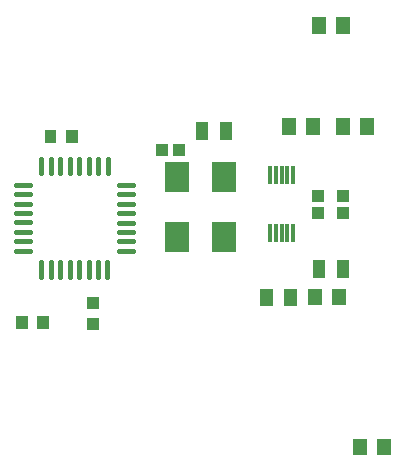
<source format=gtp>
G04 Layer: TopPasteMaskLayer*
G04 EasyEDA v6.4.3, 2020-08-16T09:55:44+08:00*
G04 81dc946ae44a44bf806acedbfbfd66cd,06d3987d76a94bb6b6563c12ef58ecb4,10*
G04 Gerber Generator version 0.2*
G04 Scale: 100 percent, Rotated: No, Reflected: No *
G04 Dimensions in inches *
G04 leading zeros omitted , absolute positions ,2 integer and 4 decimal *
%FSLAX24Y24*%
%MOIN*%
G90*
G70D02*

%ADD13C,0.017717*%
%ADD17R,0.039370X0.043307*%
%ADD18R,0.045670X0.057087*%
%ADD19R,0.012000X0.059055*%
%ADD20R,0.043307X0.039370*%
%ADD21R,0.078740X0.098425*%

%LPD*%
G54D13*
G01X5138Y26400D02*
G01X5611Y26400D01*
G01X5138Y26715D02*
G01X5611Y26715D01*
G01X5138Y27030D02*
G01X5611Y27030D01*
G01X5138Y27344D02*
G01X5611Y27344D01*
G01X5138Y27659D02*
G01X5611Y27659D01*
G01X5138Y27973D02*
G01X5611Y27973D01*
G01X5138Y28288D02*
G01X5611Y28288D01*
G01X5138Y28603D02*
G01X5611Y28603D01*
G01X5994Y28983D02*
G01X5994Y29456D01*
G01X6310Y28983D02*
G01X6310Y29456D01*
G01X6625Y28983D02*
G01X6625Y29456D01*
G01X6939Y28983D02*
G01X6939Y29456D01*
G01X7253Y28983D02*
G01X7253Y29456D01*
G01X7568Y28983D02*
G01X7568Y29456D01*
G01X7884Y28983D02*
G01X7884Y29456D01*
G01X8198Y28983D02*
G01X8198Y29456D01*
G01X8588Y28600D02*
G01X9061Y28600D01*
G01X8588Y28284D02*
G01X9061Y28284D01*
G01X8588Y27969D02*
G01X9061Y27969D01*
G01X8588Y27655D02*
G01X9061Y27655D01*
G01X8588Y27340D02*
G01X9061Y27340D01*
G01X8588Y27026D02*
G01X9061Y27026D01*
G01X8588Y26711D02*
G01X9061Y26711D01*
G01X8588Y26396D02*
G01X9061Y26396D01*
G01X8194Y25543D02*
G01X8194Y26016D01*
G01X7880Y25543D02*
G01X7880Y26016D01*
G01X7564Y25543D02*
G01X7564Y26016D01*
G01X7250Y25543D02*
G01X7250Y26016D01*
G01X6935Y25543D02*
G01X6935Y26016D01*
G01X6621Y25543D02*
G01X6621Y26016D01*
G01X6306Y25543D02*
G01X6306Y26016D01*
G01X5990Y25543D02*
G01X5990Y26016D01*
G36*
G01X15846Y26105D02*
G01X16240Y26105D01*
G01X16240Y25494D01*
G01X15846Y25494D01*
G01X15846Y26105D01*
G37*
G36*
G01X15059Y26105D02*
G01X15453Y26105D01*
G01X15453Y25494D01*
G01X15059Y25494D01*
G01X15059Y26105D01*
G37*
G54D17*
G01X10575Y29750D03*
G01X10024Y29750D03*
G36*
G01X15021Y34185D02*
G01X15478Y34185D01*
G01X15478Y33614D01*
G01X15021Y33614D01*
G01X15021Y34185D01*
G37*
G36*
G01X15821Y34185D02*
G01X16278Y34185D01*
G01X16278Y33614D01*
G01X15821Y33614D01*
G01X15821Y34185D01*
G37*
G54D19*
G01X14393Y28915D03*
G01X14196Y28915D03*
G01X14000Y28915D03*
G01X13803Y28915D03*
G01X13606Y28915D03*
G01X13606Y26984D03*
G01X13803Y26984D03*
G01X14000Y26984D03*
G01X14196Y26984D03*
G01X14393Y26984D03*
G36*
G01X14021Y30835D02*
G01X14478Y30835D01*
G01X14478Y30264D01*
G01X14021Y30264D01*
G01X14021Y30835D01*
G37*
G36*
G01X14821Y30835D02*
G01X15278Y30835D01*
G01X15278Y30264D01*
G01X14821Y30264D01*
G01X14821Y30835D01*
G37*
G36*
G01X15821Y30835D02*
G01X16278Y30835D01*
G01X16278Y30264D01*
G01X15821Y30264D01*
G01X15821Y30835D01*
G37*
G36*
G01X16621Y30835D02*
G01X17078Y30835D01*
G01X17078Y30264D01*
G01X16621Y30264D01*
G01X16621Y30835D01*
G37*
G54D18*
G01X17400Y19850D03*
G01X16600Y19850D03*
G36*
G01X13271Y25135D02*
G01X13728Y25135D01*
G01X13728Y24564D01*
G01X13271Y24564D01*
G01X13271Y25135D01*
G37*
G36*
G01X14071Y25135D02*
G01X14528Y25135D01*
G01X14528Y24564D01*
G01X14071Y24564D01*
G01X14071Y25135D01*
G37*
G54D20*
G01X7700Y23945D03*
G01X7700Y24654D03*
G36*
G01X6098Y30416D02*
G01X6492Y30416D01*
G01X6492Y29983D01*
G01X6098Y29983D01*
G01X6098Y30416D01*
G37*
G36*
G01X6807Y30416D02*
G01X7201Y30416D01*
G01X7201Y29983D01*
G01X6807Y29983D01*
G01X6807Y30416D01*
G37*
G36*
G01X5148Y24216D02*
G01X5542Y24216D01*
G01X5542Y23783D01*
G01X5148Y23783D01*
G01X5148Y24216D01*
G37*
G36*
G01X5857Y24216D02*
G01X6251Y24216D01*
G01X6251Y23783D01*
G01X5857Y23783D01*
G01X5857Y24216D01*
G37*
G54D18*
G01X15900Y24850D03*
G01X15100Y24850D03*
G54D21*
G01X12086Y28850D03*
G01X10513Y26850D03*
G01X12086Y26850D03*
G01X10513Y28850D03*
G54D20*
G01X15200Y27674D03*
G01X15200Y28225D03*
G36*
G01X11159Y30705D02*
G01X11553Y30705D01*
G01X11553Y30094D01*
G01X11159Y30094D01*
G01X11159Y30705D01*
G37*
G36*
G01X11946Y30705D02*
G01X12340Y30705D01*
G01X12340Y30094D01*
G01X11946Y30094D01*
G01X11946Y30705D01*
G37*
G01X16050Y27674D03*
G01X16050Y28225D03*
M00*
M02*

</source>
